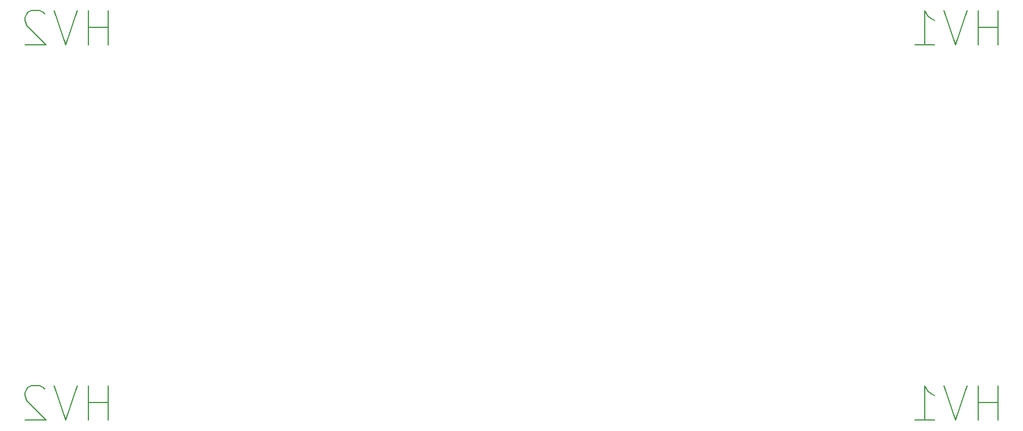
<source format=gbr>
G04 #@! TF.GenerationSoftware,KiCad,Pcbnew,(5.1.2)-1*
G04 #@! TF.CreationDate,2019-05-07T06:50:58+02:00*
G04 #@! TF.ProjectId,SBD electrode by JLCPCB,53424420-656c-4656-9374-726f64652062,rev?*
G04 #@! TF.SameCoordinates,Original*
G04 #@! TF.FileFunction,Legend,Bot*
G04 #@! TF.FilePolarity,Positive*
%FSLAX46Y46*%
G04 Gerber Fmt 4.6, Leading zero omitted, Abs format (unit mm)*
G04 Created by KiCad (PCBNEW (5.1.2)-1) date 2019-05-07 06:50:58*
%MOMM*%
%LPD*%
G04 APERTURE LIST*
%ADD10C,0.150000*%
G04 APERTURE END LIST*
D10*
X196452380Y-60681904D02*
X196452380Y-55681904D01*
X196452380Y-58062857D02*
X193595238Y-58062857D01*
X193595238Y-60681904D02*
X193595238Y-55681904D01*
X191928571Y-55681904D02*
X190261904Y-60681904D01*
X188595238Y-55681904D01*
X184309523Y-60681904D02*
X187166666Y-60681904D01*
X185738095Y-60681904D02*
X185738095Y-55681904D01*
X186214285Y-56396190D01*
X186690476Y-56872380D01*
X187166666Y-57110476D01*
X196452380Y-115291904D02*
X196452380Y-110291904D01*
X196452380Y-112672857D02*
X193595238Y-112672857D01*
X193595238Y-115291904D02*
X193595238Y-110291904D01*
X191928571Y-110291904D02*
X190261904Y-115291904D01*
X188595238Y-110291904D01*
X184309523Y-115291904D02*
X187166666Y-115291904D01*
X185738095Y-115291904D02*
X185738095Y-110291904D01*
X186214285Y-111006190D01*
X186690476Y-111482380D01*
X187166666Y-111720476D01*
X66912380Y-60681904D02*
X66912380Y-55681904D01*
X66912380Y-58062857D02*
X64055238Y-58062857D01*
X64055238Y-60681904D02*
X64055238Y-55681904D01*
X62388571Y-55681904D02*
X60721904Y-60681904D01*
X59055238Y-55681904D01*
X57626666Y-56158095D02*
X57388571Y-55920000D01*
X56912380Y-55681904D01*
X55721904Y-55681904D01*
X55245714Y-55920000D01*
X55007619Y-56158095D01*
X54769523Y-56634285D01*
X54769523Y-57110476D01*
X55007619Y-57824761D01*
X57864761Y-60681904D01*
X54769523Y-60681904D01*
X66912380Y-115291904D02*
X66912380Y-110291904D01*
X66912380Y-112672857D02*
X64055238Y-112672857D01*
X64055238Y-115291904D02*
X64055238Y-110291904D01*
X62388571Y-110291904D02*
X60721904Y-115291904D01*
X59055238Y-110291904D01*
X57626666Y-110768095D02*
X57388571Y-110530000D01*
X56912380Y-110291904D01*
X55721904Y-110291904D01*
X55245714Y-110530000D01*
X55007619Y-110768095D01*
X54769523Y-111244285D01*
X54769523Y-111720476D01*
X55007619Y-112434761D01*
X57864761Y-115291904D01*
X54769523Y-115291904D01*
M02*

</source>
